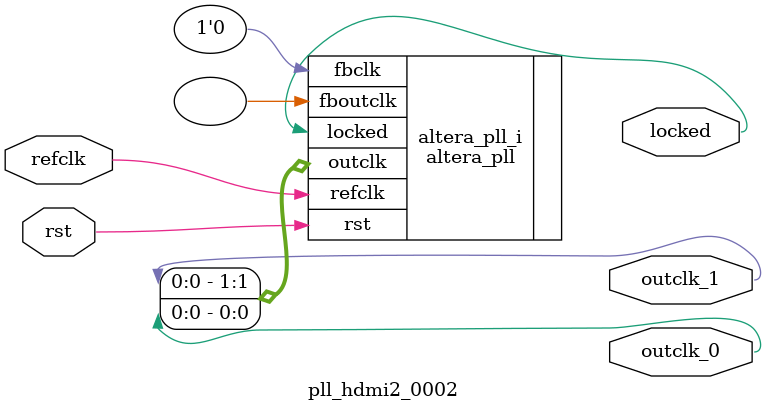
<source format=v>
/*
  
   Multicore 2 / Multicore 2+
  
   Copyright (c) 2017-2020 - Victor Trucco

  
   All rights reserved
  
   Redistribution and use in source and synthezised forms, with or without
   modification, are permitted provided that the following conditions are met:
  
   Redistributions of source code must retain the above copyright notice,
   this list of conditions and the following disclaimer.
  
   Redistributions in synthesized form must reproduce the above copyright
   notice, this list of conditions and the following disclaimer in the
   documentation and/or other materials provided with the distribution.
  
   Neither the name of the author nor the names of other contributors may
   be used to endorse or promote products derived from this software without
   specific prior written permission.
  
   THIS CODE IS PROVIDED BY THE COPYRIGHT HOLDERS AND CONTRIBUTORS "AS IS"
   AND ANY EXPRESS OR IMPLIED WARRANTIES, INCLUDING, BUT NOT LIMITED TO,
   THE IMPLIED WARRANTIES OF MERCHANTABILITY AND FITNESS FOR A PARTICULAR
   PURPOSE ARE DISCLAIMED. IN NO EVENT SHALL THE AUTHOR OR CONTRIBUTORS BE
   LIABLE FOR ANY DIRECT, INDIRECT, INCIDENTAL, SPECIAL, EXEMPLARY, OR
   CONSEQUENTIAL DAMAGES (INCLUDING, BUT NOT LIMITED TO, PROCUREMENT OF
   SUBSTITUTE GOODS OR SERVICES; LOSS OF USE, DATA, OR PROFITS; OR BUSINESS
   INTERRUPTION) HOWEVER CAUSED AND ON ANY THEORY OF LIABILITY, WHETHER IN
   CONTRACT, STRICT LIABILITY, OR TORT (INCLUDING NEGLIGENCE OR OTHERWISE)
   ARISING IN ANY WAY OUT OF THE USE OF THIS SOFTWARE, EVEN IF ADVISED OF THE
   POSSIBILITY OF SUCH DAMAGE.
  
   You are responsible for any legal issues arising from your use of this code.
  
*/`timescale 1ns/10ps
module  pll_hdmi2_0002(

	// interface 'refclk'
	input wire refclk,

	// interface 'reset'
	input wire rst,

	// interface 'outclk0'
	output wire outclk_0,

	// interface 'outclk1'
	output wire outclk_1,

	// interface 'locked'
	output wire locked
);

	altera_pll #(
		.fractional_vco_multiplier("false"),
		.reference_clock_frequency("148.5 MHz"),
		.operation_mode("direct"),
		.number_of_clocks(2),
		.output_clock_frequency0("74.250000 MHz"),
		.phase_shift0("0 ps"),
		.duty_cycle0(50),
		.output_clock_frequency1("371.250000 MHz"),
		.phase_shift1("0 ps"),
		.duty_cycle1(50),
		.output_clock_frequency2("0 MHz"),
		.phase_shift2("0 ps"),
		.duty_cycle2(50),
		.output_clock_frequency3("0 MHz"),
		.phase_shift3("0 ps"),
		.duty_cycle3(50),
		.output_clock_frequency4("0 MHz"),
		.phase_shift4("0 ps"),
		.duty_cycle4(50),
		.output_clock_frequency5("0 MHz"),
		.phase_shift5("0 ps"),
		.duty_cycle5(50),
		.output_clock_frequency6("0 MHz"),
		.phase_shift6("0 ps"),
		.duty_cycle6(50),
		.output_clock_frequency7("0 MHz"),
		.phase_shift7("0 ps"),
		.duty_cycle7(50),
		.output_clock_frequency8("0 MHz"),
		.phase_shift8("0 ps"),
		.duty_cycle8(50),
		.output_clock_frequency9("0 MHz"),
		.phase_shift9("0 ps"),
		.duty_cycle9(50),
		.output_clock_frequency10("0 MHz"),
		.phase_shift10("0 ps"),
		.duty_cycle10(50),
		.output_clock_frequency11("0 MHz"),
		.phase_shift11("0 ps"),
		.duty_cycle11(50),
		.output_clock_frequency12("0 MHz"),
		.phase_shift12("0 ps"),
		.duty_cycle12(50),
		.output_clock_frequency13("0 MHz"),
		.phase_shift13("0 ps"),
		.duty_cycle13(50),
		.output_clock_frequency14("0 MHz"),
		.phase_shift14("0 ps"),
		.duty_cycle14(50),
		.output_clock_frequency15("0 MHz"),
		.phase_shift15("0 ps"),
		.duty_cycle15(50),
		.output_clock_frequency16("0 MHz"),
		.phase_shift16("0 ps"),
		.duty_cycle16(50),
		.output_clock_frequency17("0 MHz"),
		.phase_shift17("0 ps"),
		.duty_cycle17(50),
		.pll_type("General"),
		.pll_subtype("General")
	) altera_pll_i (
		.rst	(rst),
		.outclk	({outclk_1, outclk_0}),
		.locked	(locked),
		.fboutclk	( ),
		.fbclk	(1'b0),
		.refclk	(refclk)
	);
endmodule


</source>
